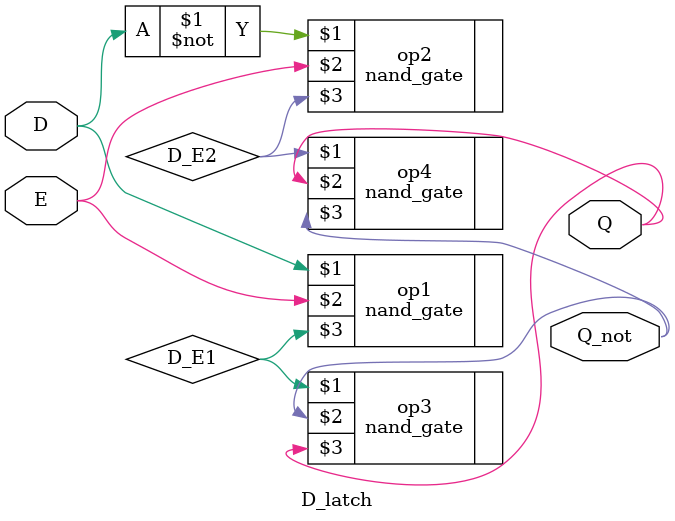
<source format=v>
`timescale 1ns / 1ps


module D_latch(
    input [0:0] D,
    input [0:0] E,
    output [0:0] Q,
    output [0:0] Q_not
    );
    
    wire D_E1, D_E2; 
  
    nand_gate op1(D, E, D_E1);
    nand_gate op2(~D, E, D_E2);
    nand_gate op3(D_E1, Q_not, Q);
    nand_gate op4(D_E2, Q, Q_not);
    
endmodule

</source>
